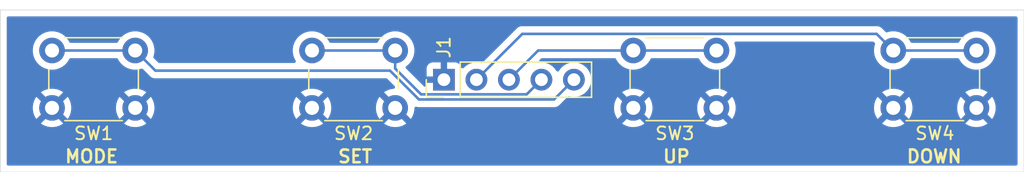
<source format=kicad_pcb>
(kicad_pcb (version 20241229) (generator "pcbnew") (generator_version "9.0")
  (layers (0 "F.Cu" signal) (2 "B.Cu" signal) (13 "F.Paste" user) (15 "B.Paste" user) (5 "F.SilkS" user "F.Silkscreen") (7 "B.SilkS" user "B.Silkscreen") (1 "F.Mask" user) (3 "B.Mask" user) (25 "Edge.Cuts" user))
  (net 0 "")
  (net 1 "Net-(J1-Pin_4)")
  (net 2 "GND")
  (net 3 "Net-(J1-Pin_2)")
  (net 4 "Net-(J1-Pin_5)")
  (net 5 "Net-(J1-Pin_3)")
  (footprint "Button_Switch_THT:SW_PUSH_6mm_H4.3mm" (layer "F.Cu") (at 177.256 103.56 180)
    (property "Reference" "SW4" (at 3.25 -2 0) (layer "F.SilkS"))
    (property "Value" "SW_Push")
    (fp_line (start 6.75 3) (end 6.75 1.5) (stroke (width 0.12)) (layer "F.SilkS"))
    (fp_line (start 5.5 -1) (end 1 -1) (stroke (width 0.12)) (layer "F.SilkS"))
    (fp_line (start 1 5.5) (end 5.5 5.5) (stroke (width 0.12)) (layer "F.SilkS"))
    (fp_line (start -0.25 1.5) (end -0.25 3) (stroke (width 0.12)) (layer "F.SilkS"))
    (pad "1" thru_hole circle (at 0 0 270) (size 2 2) (drill 1.1) (layers "*.Cu" "*.Mask") (net 2 "GND"))
    (pad "1" thru_hole circle (at 6.5 0 270) (size 2 2) (drill 1.1) (layers "*.Cu" "*.Mask") (net 2 "GND"))
    (pad "2" thru_hole circle (at 0 4.5 270) (size 2 2) (drill 1.1) (layers "*.Cu" "*.Mask") (net 3 "Net-(J1-Pin_2)"))
    (pad "2" thru_hole circle (at 6.5 4.5 270) (size 2 2) (drill 1.1) (layers "*.Cu" "*.Mask") (net 3 "Net-(J1-Pin_2)"))
  )
  (footprint "Connector_PinHeader_2.54mm:PinHeader_1x05_P2.54mm_Vertical" (layer "F.Cu") (at 135.636 101.346 90)
    (property "Reference" "J1" (at 2.54 0 90) (layer "F.SilkS"))
    (property "Value" "Conn_01x05_Pin")
    (fp_line (start -1.38 -1.38) (end 0 -1.38) (stroke (width 0.12)) (layer "F.SilkS"))
    (fp_line (start -1.38 0) (end -1.38 -1.38) (stroke (width 0.12)) (layer "F.SilkS"))
    (fp_line (start 1.38 1.27) (end 1.38 11.54) (stroke (width 0.12)) (layer "F.SilkS"))
    (fp_line (start -1.38 1.27) (end 1.38 1.27) (stroke (width 0.12)) (layer "F.SilkS"))
    (fp_line (start -1.38 1.27) (end -1.38 11.54) (stroke (width 0.12)) (layer "F.SilkS"))
    (fp_line (start -1.38 11.54) (end 1.38 11.54) (stroke (width 0.12)) (layer "F.SilkS"))
    (pad "1" thru_hole rect (at 0 0 90) (size 1.7 1.7) (drill 1) (layers "*.Cu" "*.Mask") (net 2 "GND"))
    (pad "2" thru_hole circle (at 0 2.54 90) (size 1.7 1.7) (drill 1) (layers "*.Cu" "*.Mask") (net 3 "Net-(J1-Pin_2)"))
    (pad "3" thru_hole circle (at 0 5.08 90) (size 1.7 1.7) (drill 1) (layers "*.Cu" "*.Mask") (net 5 "Net-(J1-Pin_3)"))
    (pad "4" thru_hole circle (at 0 7.62 90) (size 1.7 1.7) (drill 1) (layers "*.Cu" "*.Mask") (net 1 "Net-(J1-Pin_4)"))
    (pad "5" thru_hole circle (at 0 10.16 90) (size 1.7 1.7) (drill 1) (layers "*.Cu" "*.Mask") (net 4 "Net-(J1-Pin_5)"))
  )
  (footprint "Button_Switch_THT:SW_PUSH_6mm_H4.3mm" (layer "F.Cu") (at 156.936 103.56 180)
    (property "Reference" "SW3" (at 3.25 -2 0) (layer "F.SilkS"))
    (property "Value" "SW_Push")
    (fp_line (start 6.75 3) (end 6.75 1.5) (stroke (width 0.12)) (layer "F.SilkS"))
    (fp_line (start 5.5 -1) (end 1 -1) (stroke (width 0.12)) (layer "F.SilkS"))
    (fp_line (start 1 5.5) (end 5.5 5.5) (stroke (width 0.12)) (layer "F.SilkS"))
    (fp_line (start -0.25 1.5) (end -0.25 3) (stroke (width 0.12)) (layer "F.SilkS"))
    (pad "1" thru_hole circle (at 0 0 270) (size 2 2) (drill 1.1) (layers "*.Cu" "*.Mask") (net 2 "GND"))
    (pad "1" thru_hole circle (at 6.5 0 270) (size 2 2) (drill 1.1) (layers "*.Cu" "*.Mask") (net 2 "GND"))
    (pad "2" thru_hole circle (at 0 4.5 270) (size 2 2) (drill 1.1) (layers "*.Cu" "*.Mask") (net 5 "Net-(J1-Pin_3)"))
    (pad "2" thru_hole circle (at 6.5 4.5 270) (size 2 2) (drill 1.1) (layers "*.Cu" "*.Mask") (net 5 "Net-(J1-Pin_3)"))
  )
  (footprint "Button_Switch_THT:SW_PUSH_6mm_H4.3mm" (layer "F.Cu") (at 111.506 103.56 180)
    (property "Reference" "SW1" (at 3.25 -2 0) (layer "F.SilkS"))
    (property "Value" "SW_Push")
    (fp_line (start 6.75 3) (end 6.75 1.5) (stroke (width 0.12)) (layer "F.SilkS"))
    (fp_line (start 5.5 -1) (end 1 -1) (stroke (width 0.12)) (layer "F.SilkS"))
    (fp_line (start 1 5.5) (end 5.5 5.5) (stroke (width 0.12)) (layer "F.SilkS"))
    (fp_line (start -0.25 1.5) (end -0.25 3) (stroke (width 0.12)) (layer "F.SilkS"))
    (pad "1" thru_hole circle (at 0 0 270) (size 2 2) (drill 1.1) (layers "*.Cu" "*.Mask") (net 2 "GND"))
    (pad "1" thru_hole circle (at 6.5 0 270) (size 2 2) (drill 1.1) (layers "*.Cu" "*.Mask") (net 2 "GND"))
    (pad "2" thru_hole circle (at 0 4.5 270) (size 2 2) (drill 1.1) (layers "*.Cu" "*.Mask") (net 4 "Net-(J1-Pin_5)"))
    (pad "2" thru_hole circle (at 6.5 4.5 270) (size 2 2) (drill 1.1) (layers "*.Cu" "*.Mask") (net 4 "Net-(J1-Pin_5)"))
  )
  (footprint "Button_Switch_THT:SW_PUSH_6mm_H4.3mm" (layer "F.Cu") (at 131.826 103.56 180)
    (property "Reference" "SW2" (at 3.25 -2 0) (layer "F.SilkS"))
    (property "Value" "SW_Push")
    (fp_line (start 6.75 3) (end 6.75 1.5) (stroke (width 0.12)) (layer "F.SilkS"))
    (fp_line (start 5.5 -1) (end 1 -1) (stroke (width 0.12)) (layer "F.SilkS"))
    (fp_line (start 1 5.5) (end 5.5 5.5) (stroke (width 0.12)) (layer "F.SilkS"))
    (fp_line (start -0.25 1.5) (end -0.25 3) (stroke (width 0.12)) (layer "F.SilkS"))
    (pad "1" thru_hole circle (at 0 0 270) (size 2 2) (drill 1.1) (layers "*.Cu" "*.Mask") (net 2 "GND"))
    (pad "1" thru_hole circle (at 6.5 0 270) (size 2 2) (drill 1.1) (layers "*.Cu" "*.Mask") (net 2 "GND"))
    (pad "2" thru_hole circle (at 0 4.5 270) (size 2 2) (drill 1.1) (layers "*.Cu" "*.Mask") (net 1 "Net-(J1-Pin_4)"))
    (pad "2" thru_hole circle (at 6.5 4.5 270) (size 2 2) (drill 1.1) (layers "*.Cu" "*.Mask") (net 1 "Net-(J1-Pin_4)"))
  )
  (gr_poly (pts (xy 100.965 95.885) (xy 100.965 108.585) (xy 180.975 108.585) (xy 180.975 95.885)) (stroke (width 0.05)) (fill no) (layer "Edge.Cuts"))
  (gr_text "DOWN" (at 171.704 107.95 0) (layer "F.SilkS") (effects (font (size 1 1) (thickness 0.2) (bold yes)) (justify left bottom)))
  (gr_text "MODE" (at 105.918 107.95 0) (layer "F.SilkS") (effects (font (size 1 1) (thickness 0.2) (bold yes)) (justify left bottom)))
  (gr_text "UP" (at 152.654 107.95 0) (layer "F.SilkS") (effects (font (size 1 1) (thickness 0.2) (bold yes)) (justify left bottom)))
  (gr_text "SET" (at 127.254 107.95 0) (layer "F.SilkS") (effects (font (size 1 1) (thickness 0.2) (bold yes)) (justify left bottom)))
  (segment (start 131.826 99.06) (end 131.826 100.474213) (width 0.2) (layer "B.Cu") (net 1))
  (segment (start 142.105 102.497) (end 143.256 101.346) (width 0.2) (layer "B.Cu") (net 1))
  (segment (start 133.848787 102.497) (end 142.105 102.497) (width 0.2) (layer "B.Cu") (net 1))
  (segment (start 131.826 100.474213) (end 133.848787 102.497) (width 0.2) (layer "B.Cu") (net 1))
  (segment (start 125.326 99.06) (end 131.826 99.06) (width 0.2) (layer "B.Cu") (net 1))
  (segment (start 170.756 99.06) (end 169.455 97.759) (width 0.2) (layer "B.Cu") (net 3))
  (segment (start 141.763 97.759) (end 138.176 101.346) (width 0.2) (layer "B.Cu") (net 3))
  (segment (start 169.455 97.759) (end 141.763 97.759) (width 0.2) (layer "B.Cu") (net 3))
  (segment (start 177.256 99.06) (end 170.756 99.06) (width 0.2) (layer "B.Cu") (net 3))
  (segment (start 113.086313 100.640313) (end 131.425 100.640313) (width 0.2) (layer "B.Cu") (net 4))
  (segment (start 105.006 99.06) (end 111.506 99.06) (width 0.2) (layer "B.Cu") (net 4))
  (segment (start 111.506 99.06) (end 113.086313 100.640313) (width 0.2) (layer "B.Cu") (net 4))
  (segment (start 133.682687 102.898) (end 144.244 102.898) (width 0.2) (layer "B.Cu") (net 4))
  (segment (start 144.244 102.898) (end 145.796 101.346) (width 0.2) (layer "B.Cu") (net 4))
  (segment (start 131.425 100.640313) (end 133.682687 102.898) (width 0.2) (layer "B.Cu") (net 4))
  (segment (start 150.436 99.06) (end 143.002 99.06) (width 0.2) (layer "B.Cu") (net 5))
  (segment (start 156.936 99.06) (end 150.436 99.06) (width 0.2) (layer "B.Cu") (net 5))
  (segment (start 143.002 99.06) (end 140.716 101.346) (width 0.2) (layer "B.Cu") (net 5))
  (zone (net 2) (net_name "GND") (layer "B.Cu") (connect_pads (clearance 0.5)) (min_thickness 0.25) (fill yes (thermal_gap 0.5) (thermal_bridge_width 0.5))
    (polygon (pts (xy 101.346 96.266) (xy 180.594 96.266) (xy 180.594 108.204) (xy 101.346 108.204)))
  )
)
</source>
